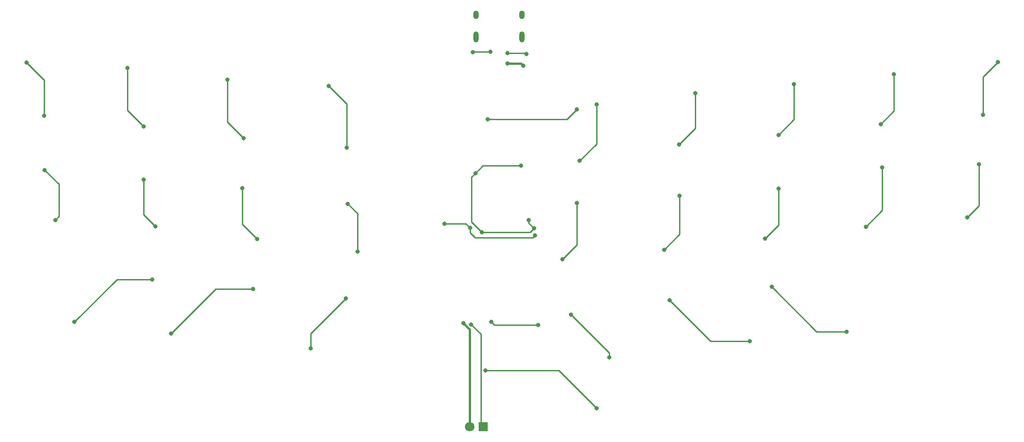
<source format=gbr>
%TF.GenerationSoftware,KiCad,Pcbnew,9.0.2*%
%TF.CreationDate,2025-07-14T20:44:15+08:00*%
%TF.ProjectId,Dimple_pcb,44696d70-6c65-45f7-9063-622e6b696361,rev?*%
%TF.SameCoordinates,Original*%
%TF.FileFunction,Copper,L1,Top*%
%TF.FilePolarity,Positive*%
%FSLAX46Y46*%
G04 Gerber Fmt 4.6, Leading zero omitted, Abs format (unit mm)*
G04 Created by KiCad (PCBNEW 9.0.2) date 2025-07-14 20:44:15*
%MOMM*%
%LPD*%
G01*
G04 APERTURE LIST*
%TA.AperFunction,ComponentPad*%
%ADD10R,1.800000X1.800000*%
%TD*%
%TA.AperFunction,ComponentPad*%
%ADD11C,1.800000*%
%TD*%
%TA.AperFunction,ComponentPad*%
%ADD12O,1.000000X1.600000*%
%TD*%
%TA.AperFunction,ComponentPad*%
%ADD13O,1.000000X2.100000*%
%TD*%
%TA.AperFunction,ViaPad*%
%ADD14C,0.800000*%
%TD*%
%TA.AperFunction,Conductor*%
%ADD15C,0.381000*%
%TD*%
%TA.AperFunction,Conductor*%
%ADD16C,0.254000*%
%TD*%
G04 APERTURE END LIST*
D10*
X164706784Y-164693422D03*
D11*
X162166784Y-164693422D03*
D12*
X163346784Y-87208422D03*
D13*
X163346784Y-91388422D03*
D12*
X171986784Y-87208422D03*
D13*
X171986784Y-91388422D03*
D14*
X160966784Y-145193422D03*
X169266784Y-96393422D03*
X172266784Y-96793422D03*
X162466784Y-145441422D03*
X174266784Y-127393422D03*
X171860534Y-115587172D03*
X164466784Y-128093422D03*
X173266784Y-125793422D03*
X163266784Y-116993422D03*
X165566784Y-106893422D03*
X182366784Y-104993422D03*
X174466784Y-128693422D03*
X162266784Y-127293422D03*
X157466784Y-126493422D03*
X166241784Y-144968422D03*
X175066784Y-145593422D03*
X165162893Y-154089531D03*
X186066784Y-161193422D03*
X82266784Y-116393422D03*
X84266784Y-125793422D03*
X78866784Y-96193422D03*
X82166784Y-106193422D03*
X103066784Y-126993422D03*
X97866784Y-97193422D03*
X100866784Y-118193422D03*
X87866784Y-144993422D03*
X102466784Y-136993422D03*
X100866784Y-108193422D03*
X119666784Y-110393422D03*
X116666784Y-99393422D03*
X119466784Y-119793422D03*
X121466784Y-138793422D03*
X106066784Y-147193422D03*
X122266784Y-129393422D03*
X132266784Y-149993422D03*
X141066784Y-131793422D03*
X135666784Y-100593422D03*
X138866784Y-140593422D03*
X139266784Y-122793422D03*
X139066784Y-112193422D03*
X188466784Y-151693422D03*
X182883638Y-114693422D03*
X181266784Y-143593422D03*
X179666784Y-133193422D03*
X186066784Y-104093422D03*
X182366784Y-122593422D03*
X198766784Y-131393422D03*
X204566784Y-101993422D03*
X214866784Y-148593422D03*
X201666784Y-121293422D03*
X201566784Y-111593422D03*
X199766784Y-140893422D03*
X218966784Y-138393422D03*
X217766784Y-129293422D03*
X233066784Y-146793422D03*
X220266784Y-119893422D03*
X223166784Y-100293422D03*
X220266784Y-109793422D03*
X239466784Y-107793422D03*
X239766784Y-115893422D03*
X241966784Y-98393422D03*
X236666784Y-127093422D03*
X257966784Y-115293422D03*
X258666784Y-105993422D03*
X255766784Y-125293422D03*
X261466784Y-96093422D03*
X169266784Y-94393422D03*
X172866784Y-94593422D03*
X162766784Y-94293422D03*
X166066784Y-94193422D03*
D15*
X161066784Y-145293422D02*
X160966784Y-145193422D01*
X169266784Y-96393422D02*
X171866784Y-96393422D01*
X162166784Y-146393422D02*
X161066784Y-145293422D01*
X171866784Y-96393422D02*
X172266784Y-96793422D01*
X162166784Y-164693422D02*
X162166784Y-146393422D01*
D16*
X164266784Y-147241422D02*
X162466784Y-145441422D01*
X164706784Y-164693422D02*
X164266784Y-164253422D01*
X164266784Y-164253422D02*
X164266784Y-147241422D01*
X171860534Y-115587172D02*
X164673034Y-115587172D01*
X173566784Y-128093422D02*
X174266784Y-127393422D01*
X164466784Y-128093422D02*
X162566784Y-126193422D01*
X162566784Y-117693422D02*
X163266784Y-116993422D01*
X173266784Y-125793422D02*
X173266784Y-126393422D01*
X164466784Y-128093422D02*
X173566784Y-128093422D01*
X164673034Y-115587172D02*
X163266784Y-116993422D01*
X162566784Y-126193422D02*
X162566784Y-117693422D01*
X173266784Y-126393422D02*
X174266784Y-127393422D01*
X165566784Y-106893422D02*
X180466784Y-106893422D01*
X180466784Y-106893422D02*
X182366784Y-104993422D01*
X162266784Y-128193422D02*
X162266784Y-127293422D01*
X157466784Y-126493422D02*
X161466784Y-126493422D01*
X174066784Y-129093422D02*
X163166784Y-129093422D01*
X163166784Y-129093422D02*
X162266784Y-128193422D01*
X161466784Y-126493422D02*
X162266784Y-127293422D01*
X174466784Y-128693422D02*
X174066784Y-129093422D01*
X166241784Y-144968422D02*
X166866784Y-145593422D01*
X166866784Y-145593422D02*
X175066784Y-145593422D01*
X165162893Y-154089531D02*
X178962893Y-154089531D01*
X178962893Y-154089531D02*
X186066784Y-161193422D01*
X84966784Y-125093422D02*
X84266784Y-125793422D01*
X82266784Y-116393422D02*
X84966784Y-119093422D01*
X84966784Y-119093422D02*
X84966784Y-125093422D01*
X82166784Y-99493422D02*
X82166784Y-106193422D01*
X78866784Y-96193422D02*
X82166784Y-99493422D01*
X102466784Y-136993422D02*
X95866784Y-136993422D01*
X95866784Y-136993422D02*
X87866784Y-144993422D01*
X97866784Y-105193422D02*
X100866784Y-108193422D01*
X100866784Y-118193422D02*
X100866784Y-124793422D01*
X100866784Y-124793422D02*
X103066784Y-126993422D01*
X97866784Y-97193422D02*
X97866784Y-105193422D01*
X116666784Y-99393422D02*
X116666784Y-107393422D01*
X119466784Y-126593422D02*
X122266784Y-129393422D01*
X116666784Y-107393422D02*
X119666784Y-110393422D01*
X121466784Y-138793422D02*
X114466784Y-138793422D01*
X114466784Y-138793422D02*
X106066784Y-147193422D01*
X119466784Y-119793422D02*
X119466784Y-126593422D01*
X132266784Y-147193422D02*
X132266784Y-149993422D01*
X135666784Y-100593422D02*
X139066784Y-103993422D01*
X141066784Y-124593422D02*
X141066784Y-131793422D01*
X138866784Y-140593422D02*
X132266784Y-147193422D01*
X139266784Y-122793422D02*
X141066784Y-124593422D01*
X139066784Y-103993422D02*
X139066784Y-112193422D01*
X186066784Y-104093422D02*
X186066784Y-111510276D01*
X188466784Y-150793422D02*
X188466784Y-151693422D01*
X186066784Y-111510276D02*
X182883638Y-114693422D01*
X181266784Y-143593422D02*
X188466784Y-150793422D01*
X182366784Y-130493422D02*
X179666784Y-133193422D01*
X182366784Y-122593422D02*
X182366784Y-130493422D01*
X201666784Y-121293422D02*
X201666784Y-128493422D01*
X199766784Y-140893422D02*
X207466784Y-148593422D01*
X204566784Y-101993422D02*
X204566784Y-108593422D01*
X207466784Y-148593422D02*
X214866784Y-148593422D01*
X201666784Y-128493422D02*
X198766784Y-131393422D01*
X204566784Y-108593422D02*
X201566784Y-111593422D01*
X223166784Y-100293422D02*
X223166784Y-106893422D01*
X220266784Y-126793422D02*
X217766784Y-129293422D01*
X220266784Y-119893422D02*
X220266784Y-126793422D01*
X223166784Y-106893422D02*
X220266784Y-109793422D01*
X227366784Y-146793422D02*
X233066784Y-146793422D01*
X218966784Y-138393422D02*
X227366784Y-146793422D01*
X239766784Y-115893422D02*
X239766784Y-123993422D01*
X239766784Y-123993422D02*
X236666784Y-127093422D01*
X241966784Y-98393422D02*
X241966784Y-105293422D01*
X241966784Y-105293422D02*
X239466784Y-107793422D01*
X257966784Y-115293422D02*
X257966784Y-123093422D01*
X261466784Y-96093422D02*
X258666784Y-98893422D01*
X258666784Y-98893422D02*
X258666784Y-105993422D01*
X257966784Y-123093422D02*
X255766784Y-125293422D01*
X172666784Y-94393422D02*
X172866784Y-94593422D01*
X169266784Y-94393422D02*
X172666784Y-94393422D01*
X162866784Y-94193422D02*
X162766784Y-94293422D01*
X166066784Y-94193422D02*
X162866784Y-94193422D01*
M02*

</source>
